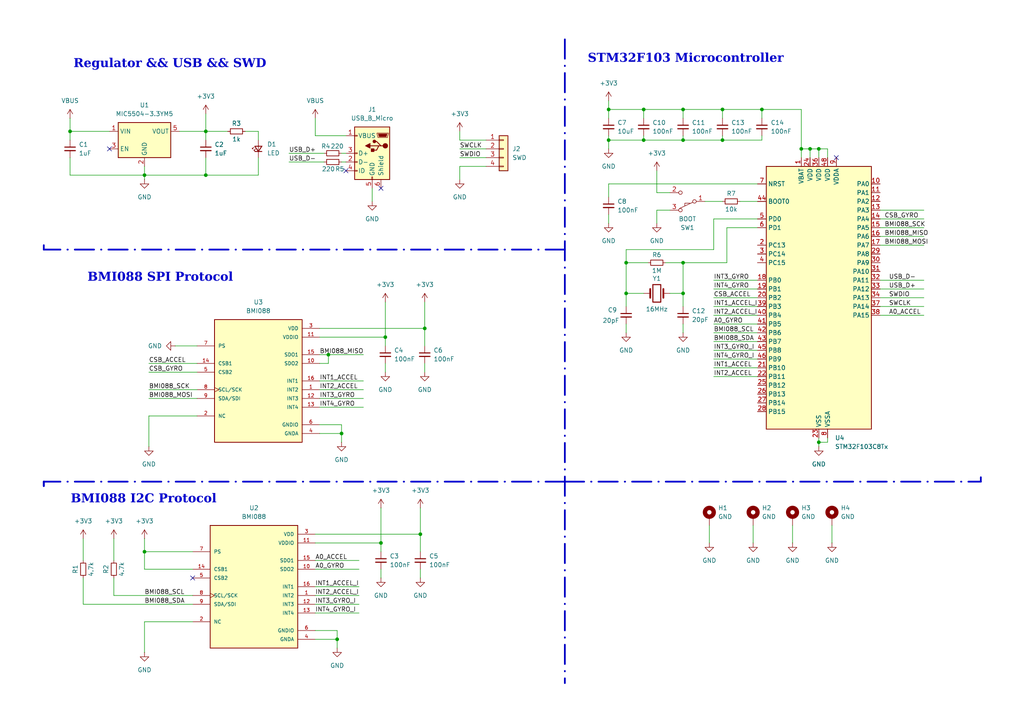
<source format=kicad_sch>
(kicad_sch (version 20250114) (generator "eeschema") (generator_version "9.0")
  (paper "A4")
  (title_block (title "BMI088 SPI & I2C Protocol With STM32F13 Microcontroller") (date "2025-05-24") (rev "Rev 1.1") (comment 3 "Yusuf Karabocek") (comment 4 "Designed by"))
  (lib_symbols
    (symbol "BMI088:BMI088" (pin_names (offset 1.016))
      (property "Reference" "U" (at -12.7 18.415 0))
      (property "Value" "BMI088" (at -12.7 -20.32 0))
      (symbol "BMI088_0_0"
        (rectangle (start -12.7 -17.78) (end 12.7 17.78) (stroke (width 0.254)) (fill (type background)))
        (pin input line (at -17.78 10.16 0) (length 5.08) (name "PS") (number "7"))
        (pin input line (at -17.78 5.08 0) (length 5.08) (name "CSB1") (number "14"))
        (pin input line (at -17.78 2.54 0) (length 5.08) (name "CSB2") (number "5"))
        (pin input clock (at -17.78 -2.54 0) (length 5.08) (name "SCL/SCK") (number "8"))
        (pin bidirectional line (at -17.78 -5.08 0) (length 5.08) (name "SDA/SDI") (number "9"))
        (pin passive line (at -17.78 -10.16 0) (length 5.08) (name "NC") (number "2"))
        (pin power_in line (at 17.78 15.24 180) (length 5.08) (name "VDD") (number "3"))
        (pin power_in line (at 17.78 12.7 180) (length 5.08) (name "VDDIO") (number "11"))
        (pin output line (at 17.78 7.62 180) (length 5.08) (name "SDO1") (number "15"))
        (pin output line (at 17.78 5.08 180) (length 5.08) (name "SDO2") (number "10"))
        (pin bidirectional line (at 17.78 0 180) (length 5.08) (name "INT1") (number "16"))
        (pin bidirectional line (at 17.78 -2.54 180) (length 5.08) (name "INT2") (number "1"))
        (pin bidirectional line (at 17.78 -5.08 180) (length 5.08) (name "INT3") (number "12"))
        (pin bidirectional line (at 17.78 -7.62 180) (length 5.08) (name "INT4") (number "13"))
        (pin power_in line (at 17.78 -12.7 180) (length 5.08) (name "GNDIO") (number "6"))
        (pin power_in line (at 17.78 -15.24 180) (length 5.08) (name "GNDA") (number "4"))
      )
    )
    (symbol "Connector:USB_B_Micro" (pin_names (offset 1.016))
      (property "Reference" "J" (at -5.08 11.43 0))
      (property "Value" "USB_B_Micro" (at -5.08 8.89 0))
      (symbol "USB_B_Micro_0_1"
        (rectangle (start -5.08 -7.62) (end 5.08 7.62) (stroke (width 0.254)) (fill (type background)))
        (polyline (pts (xy -4.699 5.842) (xy -4.699 5.588) (xy -4.445 4.826) (xy -4.445 4.572) (xy -1.651 4.572) (xy -1.651 4.826) (xy -1.397 5.588) (xy -1.397 5.842) (xy -4.699 5.842)))
        (polyline (pts (xy -4.318 5.588) (xy -1.778 5.588) (xy -2.032 4.826) (xy -4.064 4.826) (xy -4.318 5.588)) (fill (type outline)))
        (circle (center -3.81 2.159) (radius 0.635) (stroke (width 0.254)) (fill (type outline)))
        (polyline (pts (xy -3.175 2.159) (xy -2.54 2.159) (xy -1.27 3.429) (xy -0.635 3.429)) (stroke (width 0.254)))
        (polyline (pts (xy -2.54 2.159) (xy -1.905 2.159) (xy -1.27 0.889) (xy 0 0.889)) (stroke (width 0.254)))
        (polyline (pts (xy -1.905 2.159) (xy 0.635 2.159)) (stroke (width 0.254)))
        (circle (center -0.635 3.429) (radius 0.381) (stroke (width 0.254)) (fill (type outline)))
        (rectangle (start -0.127 -7.62) (end 0.127 -6.858))
        (rectangle (start 0.254 1.27) (end -0.508 0.508) (stroke (width 0.254)) (fill (type outline)))
        (polyline (pts (xy 0.635 2.794) (xy 0.635 1.524) (xy 1.905 2.159) (xy 0.635 2.794)) (stroke (width 0.254)) (fill (type outline)))
        (rectangle (start 5.08 4.953) (end 4.318 5.207))
        (rectangle (start 5.08 -0.127) (end 4.318 0.127))
        (rectangle (start 5.08 -2.667) (end 4.318 -2.413))
        (rectangle (start 5.08 -5.207) (end 4.318 -4.953))
      )
      (symbol "USB_B_Micro_1_1"
        (pin passive line (at -2.54 -10.16 90) (length 2.54) (name "Shield") (number "6"))
        (pin power_out line (at 0 -10.16 90) (length 2.54) (name "GND") (number "5"))
        (pin power_out line (at 7.62 5.08 180) (length 2.54) (name "VBUS") (number "1"))
        (pin bidirectional line (at 7.62 0 180) (length 2.54) (name "D+") (number "3"))
        (pin bidirectional line (at 7.62 -2.54 180) (length 2.54) (name "D-") (number "2"))
        (pin passive line (at 7.62 -5.08 180) (length 2.54) (name "ID") (number "4"))
      )
    )
    (symbol "Connector_Generic:Conn_01x04" (pin_names (offset 1.016) (hide yes))
      (property "Reference" "J" (at 0 5.08 0))
      (property "Value" "Conn_01x04" (at 0 -7.62 0))
      (symbol "Conn_01x04_1_1"
        (rectangle (start -1.27 3.81) (end 1.27 -6.35) (stroke (width 0.254)) (fill (type background)))
        (rectangle (start -1.27 2.667) (end 0 2.413) (stroke (width 0.1524)))
        (rectangle (start -1.27 0.127) (end 0 -0.127) (stroke (width 0.1524)))
        (rectangle (start -1.27 -2.413) (end 0 -2.667) (stroke (width 0.1524)))
        (rectangle (start -1.27 -4.953) (end 0 -5.207) (stroke (width 0.1524)))
        (pin passive line (at -5.08 2.54 0) (length 3.81) (name "Pin_1") (number "1"))
        (pin passive line (at -5.08 0 0) (length 3.81) (name "Pin_2") (number "2"))
        (pin passive line (at -5.08 -2.54 0) (length 3.81) (name "Pin_3") (number "3"))
        (pin passive line (at -5.08 -5.08 0) (length 3.81) (name "Pin_4") (number "4"))
      )
    )
    (symbol "Device:C_Small" (pin_numbers (hide yes)) (pin_names (offset 0.254) (hide yes))
      (property "Reference" "C" (at 0.254 1.778 0))
      (property "Value" "C_Small" (at 0.254 -2.032 0))
      (symbol "C_Small_0_1"
        (polyline (pts (xy -1.524 0.508) (xy 1.524 0.508)) (stroke (width 0.3048)))
        (polyline (pts (xy -1.524 -0.508) (xy 1.524 -0.508)) (stroke (width 0.3302)))
      )
      (symbol "C_Small_1_1"
        (pin passive line (at 0 2.54 270) (length 2.032) (name "~") (number "1"))
        (pin passive line (at 0 -2.54 90) (length 2.032) (name "~") (number "2"))
      )
    )
    (symbol "Device:Crystal" (pin_numbers (hide yes)) (pin_names (offset 1.016) (hide yes))
      (property "Reference" "Y" (at 0 3.81 0))
      (property "Value" "Crystal" (at 0 -3.81 0))
      (symbol "Crystal_0_1"
        (polyline (pts (xy -2.54 0) (xy -1.905 0)))
        (polyline (pts (xy -1.905 -1.27) (xy -1.905 1.27)) (stroke (width 0.508)))
        (rectangle (start -1.143 2.54) (end 1.143 -2.54) (stroke (width 0.3048)))
        (polyline (pts (xy 1.905 -1.27) (xy 1.905 1.27)) (stroke (width 0.508)))
        (polyline (pts (xy 2.54 0) (xy 1.905 0)))
      )
      (symbol "Crystal_1_1"
        (pin passive line (at -3.81 0 0) (length 1.27) (name "1") (number "1"))
        (pin passive line (at 3.81 0 180) (length 1.27) (name "2") (number "2"))
      )
    )
    (symbol "Device:LED_Small" (pin_numbers (hide yes)) (pin_names (offset 0.254) (hide yes))
      (property "Reference" "D" (at -1.27 3.175 0))
      (property "Value" "LED_Small" (at -4.445 -2.54 0))
      (symbol "LED_Small_0_1"
        (polyline (pts (xy -0.762 -1.016) (xy -0.762 1.016)) (stroke (width 0.254)))
        (polyline (pts (xy 0 0.762) (xy -0.508 1.27) (xy -0.254 1.27) (xy -0.508 1.27) (xy -0.508 1.016)))
        (polyline (pts (xy 0.508 1.27) (xy 0 1.778) (xy 0.254 1.778) (xy 0 1.778) (xy 0 1.524)))
        (polyline (pts (xy 0.762 -1.016) (xy -0.762 0) (xy 0.762 1.016) (xy 0.762 -1.016)) (stroke (width 0.254)))
        (polyline (pts (xy 1.016 0) (xy -0.762 0)))
      )
      (symbol "LED_Small_1_1"
        (pin passive line (at -2.54 0 0) (length 1.778) (name "K") (number "1"))
        (pin passive line (at 2.54 0 180) (length 1.778) (name "A") (number "2"))
      )
    )
    (symbol "Device:R_Small" (pin_numbers (hide yes)) (pin_names (offset 0.254) (hide yes))
      (property "Reference" "R" (at 0.762 0.508 0))
      (property "Value" "R_Small" (at 0.762 -1.016 0))
      (symbol "R_Small_0_1"
        (rectangle (start -0.762 1.778) (end 0.762 -1.778) (stroke (width 0.2032)))
      )
      (symbol "R_Small_1_1"
        (pin passive line (at 0 2.54 270) (length 0.762) (name "~") (number "1"))
        (pin passive line (at 0 -2.54 90) (length 0.762) (name "~") (number "2"))
      )
    )
    (symbol "MCU_ST_STM32F1:STM32F103C8Tx"
      (property "Reference" "U" (at -15.24 39.37 0))
      (property "Value" "STM32F103C8Tx" (at 7.62 39.37 0))
      (symbol "STM32F103C8Tx_0_1"
        (rectangle (start -15.24 -38.1) (end 15.24 38.1) (stroke (width 0.254)) (fill (type background)))
      )
      (symbol "STM32F103C8Tx_1_1"
        (pin input line (at -17.78 33.02 0) (length 2.54) (name "NRST") (number "7"))
        (pin input line (at -17.78 27.94 0) (length 2.54) (name "BOOT0") (number "44"))
        (pin bidirectional line (at -17.78 22.86 0) (length 2.54) (name "PD0") (number "5"))
        (pin bidirectional line (at -17.78 20.32 0) (length 2.54) (name "PD1") (number "6"))
        (pin bidirectional line (at -17.78 15.24 0) (length 2.54) (name "PC13") (number "2"))
        (pin bidirectional line (at -17.78 12.7 0) (length 2.54) (name "PC14") (number "3"))
        (pin bidirectional line (at -17.78 10.16 0) (length 2.54) (name "PC15") (number "4"))
        (pin bidirectional line (at -17.78 5.08 0) (length 2.54) (name "PB0") (number "18"))
        (pin bidirectional line (at -17.78 2.54 0) (length 2.54) (name "PB1") (number "19"))
        (pin bidirectional line (at -17.78 0 0) (length 2.54) (name "PB2") (number "20"))
        (pin bidirectional line (at -17.78 -2.54 0) (length 2.54) (name "PB3") (number "39"))
        (pin bidirectional line (at -17.78 -5.08 0) (length 2.54) (name "PB4") (number "40"))
        (pin bidirectional line (at -17.78 -7.62 0) (length 2.54) (name "PB5") (number "41"))
        (pin bidirectional line (at -17.78 -10.16 0) (length 2.54) (name "PB6") (number "42"))
        (pin bidirectional line (at -17.78 -12.7 0) (length 2.54) (name "PB7") (number "43"))
        (pin bidirectional line (at -17.78 -15.24 0) (length 2.54) (name "PB8") (number "45"))
        (pin bidirectional line (at -17.78 -17.78 0) (length 2.54) (name "PB9") (number "46"))
        (pin bidirectional line (at -17.78 -20.32 0) (length 2.54) (name "PB10") (number "21"))
        (pin bidirectional line (at -17.78 -22.86 0) (length 2.54) (name "PB11") (number "22"))
        (pin bidirectional line (at -17.78 -25.4 0) (length 2.54) (name "PB12") (number "25"))
        (pin bidirectional line (at -17.78 -27.94 0) (length 2.54) (name "PB13") (number "26"))
        (pin bidirectional line (at -17.78 -30.48 0) (length 2.54) (name "PB14") (number "27"))
        (pin bidirectional line (at -17.78 -33.02 0) (length 2.54) (name "PB15") (number "28"))
        (pin power_in line (at -5.08 40.64 270) (length 2.54) (name "VBAT") (number "1"))
        (pin power_in line (at -2.54 40.64 270) (length 2.54) (name "VDD") (number "24"))
        (pin power_in line (at 0 40.64 270) (length 2.54) (name "VDD") (number "36"))
        (pin power_in line (at 0 -40.64 90) (length 2.54) (name "VSS") (number "23"))
        (pin passive line (at 0 -40.64 90) (length 2.54) (hide yes) (name "VSS") (number "35"))
        (pin passive line (at 0 -40.64 90) (length 2.54) (hide yes) (name "VSS") (number "47"))
        (pin power_in line (at 2.54 40.64 270) (length 2.54) (name "VDD") (number "48"))
        (pin power_in line (at 2.54 -40.64 90) (length 2.54) (name "VSSA") (number "8"))
        (pin power_in line (at 5.08 40.64 270) (length 2.54) (name "VDDA") (number "9"))
        (pin bidirectional line (at 17.78 33.02 180) (length 2.54) (name "PA0") (number "10"))
        (pin bidirectional line (at 17.78 30.48 180) (length 2.54) (name "PA1") (number "11"))
        (pin bidirectional line (at 17.78 27.94 180) (length 2.54) (name "PA2") (number "12"))
        (pin bidirectional line (at 17.78 25.4 180) (length 2.54) (name "PA3") (number "13"))
        (pin bidirectional line (at 17.78 22.86 180) (length 2.54) (name "PA4") (number "14"))
        (pin bidirectional line (at 17.78 20.32 180) (length 2.54) (name "PA5") (number "15"))
        (pin bidirectional line (at 17.78 17.78 180) (length 2.54) (name "PA6") (number "16"))
        (pin bidirectional line (at 17.78 15.24 180) (length 2.54) (name "PA7") (number "17"))
        (pin bidirectional line (at 17.78 12.7 180) (length 2.54) (name "PA8") (number "29"))
        (pin bidirectional line (at 17.78 10.16 180) (length 2.54) (name "PA9") (number "30"))
        (pin bidirectional line (at 17.78 7.62 180) (length 2.54) (name "PA10") (number "31"))
        (pin bidirectional line (at 17.78 5.08 180) (length 2.54) (name "PA11") (number "32"))
        (pin bidirectional line (at 17.78 2.54 180) (length 2.54) (name "PA12") (number "33"))
        (pin bidirectional line (at 17.78 0 180) (length 2.54) (name "PA13") (number "34"))
        (pin bidirectional line (at 17.78 -2.54 180) (length 2.54) (name "PA14") (number "37"))
        (pin bidirectional line (at 17.78 -5.08 180) (length 2.54) (name "PA15") (number "38"))
      )
    )
    (symbol "Mechanical:MountingHole_Pad" (pin_numbers (hide yes)) (pin_names (offset 1.016) (hide yes)) (exclude_from_sim yes) (in_bom no)
      (property "Reference" "H" (at 0 6.35 0))
      (property "Value" "MountingHole_Pad" (at 0 4.445 0))
      (symbol "MountingHole_Pad_0_1"
        (circle (center 0 1.27) (radius 1.27) (stroke (width 1.27)))
      )
      (symbol "MountingHole_Pad_1_1"
        (pin input line (at 0 -2.54 90) (length 2.54) (name "1") (number "1"))
      )
    )
    (symbol "Regulator_Linear:MIC5504-3.3YM5"
      (property "Reference" "U" (at -7.62 8.89 0))
      (property "Value" "MIC5504-3.3YM5" (at -7.62 6.35 0))
      (symbol "MIC5504-3.3YM5_0_1"
        (rectangle (start -7.62 -5.08) (end 7.62 5.08) (stroke (width 0.254)) (fill (type background)))
      )
      (symbol "MIC5504-3.3YM5_1_1"
        (pin power_in line (at -10.16 2.54 0) (length 2.54) (name "VIN") (number "1"))
        (pin input line (at -10.16 -2.54 0) (length 2.54) (name "EN") (number "3"))
        (pin power_in line (at 0 -7.62 90) (length 2.54) (name "GND") (number "2"))
        (pin no_connect line (at 7.62 -2.54 180) (length 2.54) (hide yes) (name "NC") (number "4"))
        (pin power_out line (at 10.16 2.54 180) (length 2.54) (name "VOUT") (number "5"))
      )
    )
    (symbol "Switch:SW_SPDT_XKB_DMx-xxxx-1" (pin_names (offset 0) (hide yes))
      (property "Reference" "SW" (at 0 4.318 0))
      (property "Value" "SW_SPDT_XKB_DMx-xxxx-1" (at 0 -5.588 0))
      (symbol "SW_SPDT_XKB_DMx-xxxx-1_1_1"
        (circle (center -2.032 0) (radius 0.508))
        (polyline (pts (xy -1.524 0.254) (xy 2.286 2.032)))
        (polyline (pts (xy -0.762 0.508) (xy 0.762 0.508) (xy 0.762 1.27)))
        (circle (center 2.032 2.54) (radius 0.508))
        (circle (center 2.032 -2.54) (radius 0.508))
        (pin passive line (at -5.08 0 0) (length 2.54) (name "A") (number "1"))
        (pin passive line (at 5.08 2.54 180) (length 2.54) (name "C") (number "3"))
        (pin passive line (at 5.08 -2.54 180) (length 2.54) (name "B") (number "2"))
      )
    )
    (symbol "power:GND" (power) (pin_numbers (hide yes)) (pin_names (offset 0) (hide yes))
      (property "Value" "GND" (at 0 -3.81 0))
      (symbol "GND_0_1"
        (polyline (pts (xy 0 0) (xy 0 -1.27) (xy 1.27 -1.27) (xy 0 -2.54) (xy -1.27 -1.27) (xy 0 -1.27)))
      )
      (symbol "GND_1_1"
        (pin power_in line (at 0 0 270) (length 0) (name "~") (number "1"))
      )
    )
    (symbol "power:VCC" (power) (pin_numbers (hide yes)) (pin_names (offset 0) (hide yes))
      (property "Value" "VCC" (at 0 3.556 0))
      (symbol "VCC_0_1"
        (polyline (pts (xy -0.762 1.27) (xy 0 2.54)))
        (polyline (pts (xy 0 2.54) (xy 0.762 1.27)))
        (polyline (pts (xy 0 0) (xy 0 2.54)))
      )
      (symbol "VCC_1_1"
        (pin power_in line (at 0 0 90) (length 0) (name "~") (number "1"))
      )
    )
  )
  (text "STM32F103 Microcontroller\n" (at 198.882 17.78 0) (effects (font (size 2.54 2.54) (bold yes))))
  (text "BMI088 SPI Protocol\n" (at 46.482 81.28 0) (effects (font (size 2.54 2.54) (bold yes))))
  (text "BMI088 I2C Protocol\n" (at 41.656 145.542 0) (effects (font (size 2.54 2.54) (bold yes))))
  (text "Regulator && USB && SWD" (at 49.276 19.304 0) (effects (font (size 2.54 2.54) (bold yes))))
  (junction (at 198.12 40.64))
  (junction (at 41.91 50.8))
  (junction (at 237.49 43.18))
  (junction (at 110.49 157.48))
  (junction (at 97.79 185.42))
  (junction (at 237.49 128.27))
  (junction (at 186.69 31.75))
  (junction (at 234.95 43.18))
  (junction (at 198.12 31.75))
  (junction (at 123.19 95.25))
  (junction (at 99.06 125.73))
  (junction (at 59.69 50.8))
  (junction (at 121.92 154.94))
  (junction (at 209.55 40.64))
  (junction (at 186.69 40.64))
  (junction (at 232.41 43.18))
  (junction (at 176.53 40.64))
  (junction (at 198.12 85.09))
  (junction (at 41.91 160.02))
  (junction (at 176.53 31.75))
  (junction (at 95.25 102.87))
  (junction (at 181.61 76.2))
  (junction (at 209.55 31.75))
  (junction (at 181.61 85.09))
  (junction (at 220.98 31.75))
  (junction (at 111.76 97.79))
  (junction (at 20.32 38.1))
  (junction (at 59.69 38.1))
  (junction (at 198.12 76.2))
  (no_connect (at 55.88 167.64))
  (no_connect (at 110.49 54.61))
  (no_connect (at 100.33 49.53))
  (no_connect (at 31.75 43.18))
  (no_connect (at 242.57 45.72))
  (wire (pts (xy 41.91 160.02) (xy 55.88 160.02)))
  (wire (pts (xy 255.27 86.36) (xy 267.97 86.36)))
  (wire (pts (xy 59.69 50.8) (xy 41.91 50.8)))
  (wire (pts (xy 92.71 110.49) (xy 105.41 110.49)))
  (wire (pts (xy 214.63 58.42) (xy 219.71 58.42)))
  (wire (pts (xy 99.06 123.19) (xy 99.06 125.73)))
  (wire (pts (xy 194.31 60.96) (xy 190.5 60.96)))
  (wire (pts (xy 198.12 76.2) (xy 198.12 85.09)))
  (polyline (pts (xy 163.83 72.39) (xy 12.7 72.39)) (stroke (width 0.508) (type dash_dot)))
  (wire (pts (xy 186.69 31.75) (xy 198.12 31.75)))
  (wire (pts (xy 59.69 38.1) (xy 52.07 38.1)))
  (wire (pts (xy 20.32 38.1) (xy 20.32 40.64)))
  (wire (pts (xy 176.53 31.75) (xy 176.53 34.29)))
  (wire (pts (xy 55.88 180.34) (xy 41.91 180.34)))
  (wire (pts (xy 181.61 76.2) (xy 181.61 85.09)))
  (wire (pts (xy 99.06 46.99) (xy 100.33 46.99)))
  (wire (pts (xy 198.12 31.75) (xy 209.55 31.75)))
  (wire (pts (xy 99.06 44.45) (xy 100.33 44.45)))
  (wire (pts (xy 83.82 46.99) (xy 93.98 46.99)))
  (wire (pts (xy 255.27 71.12) (xy 267.97 71.12)))
  (wire (pts (xy 176.53 29.21) (xy 176.53 31.75)))
  (wire (pts (xy 198.12 31.75) (xy 198.12 34.29)))
  (wire (pts (xy 207.01 101.6) (xy 219.71 101.6)))
  (wire (pts (xy 107.95 58.42) (xy 107.95 54.61)))
  (polyline (pts (xy 12.7 71.12) (xy 12.7 72.39)) (stroke (width 0.508) (type dash_dot)))
  (wire (pts (xy 207.01 88.9) (xy 219.71 88.9)))
  (polyline (pts (xy 163.83 139.7) (xy 12.7 139.7)) (stroke (width 0.508) (type dash_dot)))
  (wire (pts (xy 123.19 100.33) (xy 123.19 95.25)))
  (wire (pts (xy 43.18 120.65) (xy 43.18 129.54)))
  (wire (pts (xy 92.71 102.87) (xy 95.25 102.87)))
  (polyline (pts (xy 12.7 139.7) (xy 12.7 140.97)) (stroke (width 0.508) (type dash_dot)))
  (wire (pts (xy 59.69 45.72) (xy 59.69 50.8)))
  (wire (pts (xy 176.53 43.18) (xy 176.53 40.64)))
  (wire (pts (xy 110.49 167.64) (xy 110.49 165.1)))
  (wire (pts (xy 74.93 45.72) (xy 74.93 50.8)))
  (wire (pts (xy 186.69 40.64) (xy 198.12 40.64)))
  (wire (pts (xy 43.18 113.03) (xy 57.15 113.03)))
  (wire (pts (xy 237.49 128.27) (xy 237.49 127)))
  (wire (pts (xy 111.76 97.79) (xy 111.76 100.33)))
  (wire (pts (xy 41.91 50.8) (xy 41.91 48.26)))
  (wire (pts (xy 205.74 157.48) (xy 205.74 152.4)))
  (wire (pts (xy 198.12 96.52) (xy 198.12 93.98)))
  (wire (pts (xy 92.71 113.03) (xy 105.41 113.03)))
  (wire (pts (xy 219.71 53.34) (xy 176.53 53.34)))
  (wire (pts (xy 255.27 81.28) (xy 267.97 81.28)))
  (wire (pts (xy 229.87 157.48) (xy 229.87 152.4)))
  (wire (pts (xy 219.71 63.5) (xy 207.01 63.5)))
  (wire (pts (xy 220.98 34.29) (xy 220.98 31.75)))
  (wire (pts (xy 133.35 48.26) (xy 133.35 52.07)))
  (wire (pts (xy 33.02 172.72) (xy 55.88 172.72)))
  (wire (pts (xy 181.61 85.09) (xy 181.61 88.9)))
  (wire (pts (xy 92.71 105.41) (xy 95.25 105.41)))
  (wire (pts (xy 207.01 86.36) (xy 219.71 86.36)))
  (wire (pts (xy 91.44 165.1) (xy 104.14 165.1)))
  (wire (pts (xy 123.19 107.95) (xy 123.19 105.41)))
  (wire (pts (xy 255.27 91.44) (xy 267.97 91.44)))
  (wire (pts (xy 240.03 127) (xy 240.03 128.27)))
  (wire (pts (xy 207.01 109.22) (xy 219.71 109.22)))
  (wire (pts (xy 110.49 147.32) (xy 110.49 157.48)))
  (wire (pts (xy 181.61 85.09) (xy 186.69 85.09)))
  (wire (pts (xy 194.31 55.88) (xy 190.5 55.88)))
  (wire (pts (xy 41.91 165.1) (xy 55.88 165.1)))
  (wire (pts (xy 255.27 88.9) (xy 267.97 88.9)))
  (polyline (pts (xy 284.48 138.43) (xy 284.48 139.7)) (stroke (width 0.508) (type dash_dot)))
  (wire (pts (xy 232.41 31.75) (xy 220.98 31.75)))
  (wire (pts (xy 186.69 39.37) (xy 186.69 40.64)))
  (wire (pts (xy 133.35 43.18) (xy 140.97 43.18)))
  (wire (pts (xy 181.61 72.39) (xy 181.61 76.2)))
  (wire (pts (xy 20.32 34.29) (xy 20.32 38.1)))
  (wire (pts (xy 121.92 154.94) (xy 91.44 154.94)))
  (wire (pts (xy 92.71 118.11) (xy 105.41 118.11)))
  (wire (pts (xy 97.79 185.42) (xy 91.44 185.42)))
  (polyline (pts (xy 163.83 139.7) (xy 284.48 139.7)) (stroke (width 0.508) (type dash_dot)))
  (wire (pts (xy 74.93 40.64) (xy 74.93 38.1)))
  (wire (pts (xy 43.18 115.57) (xy 57.15 115.57)))
  (wire (pts (xy 181.61 96.52) (xy 181.61 93.98)))
  (wire (pts (xy 33.02 167.64) (xy 33.02 172.72)))
  (wire (pts (xy 43.18 107.95) (xy 57.15 107.95)))
  (wire (pts (xy 111.76 87.63) (xy 111.76 97.79)))
  (wire (pts (xy 241.3 157.48) (xy 241.3 152.4)))
  (wire (pts (xy 59.69 40.64) (xy 59.69 38.1)))
  (wire (pts (xy 123.19 87.63) (xy 123.19 95.25)))
  (wire (pts (xy 198.12 39.37) (xy 198.12 40.64)))
  (wire (pts (xy 121.92 167.64) (xy 121.92 165.1)))
  (wire (pts (xy 41.91 160.02) (xy 41.91 165.1)))
  (wire (pts (xy 207.01 99.06) (xy 219.71 99.06)))
  (wire (pts (xy 240.03 45.72) (xy 240.03 43.18)))
  (wire (pts (xy 190.5 55.88) (xy 190.5 49.53)))
  (wire (pts (xy 20.32 45.72) (xy 20.32 50.8)))
  (wire (pts (xy 207.01 81.28) (xy 219.71 81.28)))
  (polyline (pts (xy 163.83 11.43) (xy 163.83 198.12)) (stroke (width 0.508) (type dash_dot)))
  (wire (pts (xy 74.93 50.8) (xy 59.69 50.8)))
  (wire (pts (xy 97.79 187.96) (xy 97.79 185.42)))
  (wire (pts (xy 41.91 180.34) (xy 41.91 189.23)))
  (wire (pts (xy 95.25 102.87) (xy 105.41 102.87)))
  (wire (pts (xy 59.69 33.02) (xy 59.69 38.1)))
  (wire (pts (xy 110.49 157.48) (xy 110.49 160.02)))
  (wire (pts (xy 198.12 40.64) (xy 209.55 40.64)))
  (wire (pts (xy 111.76 107.95) (xy 111.76 105.41)))
  (wire (pts (xy 187.96 76.2) (xy 181.61 76.2)))
  (wire (pts (xy 218.44 157.48) (xy 218.44 152.4)))
  (wire (pts (xy 240.03 128.27) (xy 237.49 128.27)))
  (wire (pts (xy 100.33 39.37) (xy 91.44 39.37)))
  (wire (pts (xy 209.55 31.75) (xy 209.55 34.29)))
  (wire (pts (xy 207.01 93.98) (xy 219.71 93.98)))
  (wire (pts (xy 240.03 43.18) (xy 237.49 43.18)))
  (wire (pts (xy 207.01 63.5) (xy 207.01 72.39)))
  (wire (pts (xy 176.53 64.77) (xy 176.53 62.23)))
  (wire (pts (xy 57.15 120.65) (xy 43.18 120.65)))
  (wire (pts (xy 186.69 34.29) (xy 186.69 31.75)))
  (wire (pts (xy 31.75 38.1) (xy 20.32 38.1)))
  (wire (pts (xy 220.98 39.37) (xy 220.98 40.64)))
  (wire (pts (xy 20.32 50.8) (xy 41.91 50.8)))
  (wire (pts (xy 83.82 44.45) (xy 93.98 44.45)))
  (wire (pts (xy 91.44 170.18) (xy 104.14 170.18)))
  (wire (pts (xy 207.01 72.39) (xy 181.61 72.39)))
  (wire (pts (xy 92.71 115.57) (xy 105.41 115.57)))
  (wire (pts (xy 198.12 85.09) (xy 198.12 88.9)))
  (wire (pts (xy 237.49 129.54) (xy 237.49 128.27)))
  (wire (pts (xy 99.06 128.27) (xy 99.06 125.73)))
  (wire (pts (xy 255.27 66.04) (xy 267.97 66.04)))
  (wire (pts (xy 176.53 40.64) (xy 176.53 39.37)))
  (wire (pts (xy 133.35 38.1) (xy 133.35 40.64)))
  (wire (pts (xy 59.69 38.1) (xy 66.04 38.1)))
  (wire (pts (xy 97.79 182.88) (xy 97.79 185.42)))
  (wire (pts (xy 24.13 175.26) (xy 55.88 175.26)))
  (wire (pts (xy 99.06 125.73) (xy 92.71 125.73)))
  (wire (pts (xy 123.19 95.25) (xy 92.71 95.25)))
  (wire (pts (xy 41.91 156.21) (xy 41.91 160.02)))
  (wire (pts (xy 91.44 175.26) (xy 104.14 175.26)))
  (wire (pts (xy 33.02 156.21) (xy 33.02 162.56)))
  (wire (pts (xy 209.55 39.37) (xy 209.55 40.64)))
  (wire (pts (xy 91.44 39.37) (xy 91.44 34.29)))
  (wire (pts (xy 43.18 105.41) (xy 57.15 105.41)))
  (wire (pts (xy 41.91 52.07) (xy 41.91 50.8)))
  (wire (pts (xy 198.12 76.2) (xy 210.82 76.2)))
  (wire (pts (xy 232.41 43.18) (xy 232.41 31.75)))
  (wire (pts (xy 121.92 160.02) (xy 121.92 154.94)))
  (wire (pts (xy 207.01 91.44) (xy 219.71 91.44)))
  (wire (pts (xy 207.01 96.52) (xy 219.71 96.52)))
  (wire (pts (xy 24.13 167.64) (xy 24.13 175.26)))
  (wire (pts (xy 186.69 31.75) (xy 176.53 31.75)))
  (wire (pts (xy 186.69 40.64) (xy 176.53 40.64)))
  (wire (pts (xy 121.92 147.32) (xy 121.92 154.94)))
  (wire (pts (xy 91.44 162.56) (xy 104.14 162.56)))
  (wire (pts (xy 133.35 40.64) (xy 140.97 40.64)))
  (wire (pts (xy 91.44 182.88) (xy 97.79 182.88)))
  (wire (pts (xy 133.35 45.72) (xy 140.97 45.72)))
  (wire (pts (xy 92.71 123.19) (xy 99.06 123.19)))
  (wire (pts (xy 255.27 83.82) (xy 267.97 83.82)))
  (wire (pts (xy 255.27 60.96) (xy 267.97 60.96)))
  (wire (pts (xy 234.95 43.18) (xy 232.41 43.18)))
  (wire (pts (xy 24.13 156.21) (xy 24.13 162.56)))
  (wire (pts (xy 209.55 31.75) (xy 220.98 31.75)))
  (wire (pts (xy 204.47 58.42) (xy 209.55 58.42)))
  (wire (pts (xy 194.31 85.09) (xy 198.12 85.09)))
  (wire (pts (xy 234.95 45.72) (xy 234.95 43.18)))
  (wire (pts (xy 91.44 157.48) (xy 110.49 157.48)))
  (wire (pts (xy 95.25 105.41) (xy 95.25 102.87)))
  (wire (pts (xy 190.5 60.96) (xy 190.5 64.77)))
  (polyline (pts (xy 12.7 139.7) (xy 12.7 140.97)) (stroke (width 0.508) (type dash_dot)))
  (wire (pts (xy 50.8 100.33) (xy 57.15 100.33)))
  (wire (pts (xy 207.01 83.82) (xy 219.71 83.82)))
  (wire (pts (xy 207.01 106.68) (xy 219.71 106.68)))
  (wire (pts (xy 193.04 76.2) (xy 198.12 76.2)))
  (wire (pts (xy 209.55 40.64) (xy 220.98 40.64)))
  (wire (pts (xy 133.35 48.26) (xy 140.97 48.26)))
  (wire (pts (xy 92.71 97.79) (xy 111.76 97.79)))
  (wire (pts (xy 210.82 76.2) (xy 210.82 66.04)))
  (wire (pts (xy 232.41 45.72) (xy 232.41 43.18)))
  (wire (pts (xy 210.82 66.04) (xy 219.71 66.04)))
  (wire (pts (xy 74.93 38.1) (xy 71.12 38.1)))
  (wire (pts (xy 176.53 53.34) (xy 176.53 57.15)))
  (wire (pts (xy 237.49 45.72) (xy 237.49 43.18)))
  (wire (pts (xy 255.27 63.5) (xy 267.97 63.5)))
  (wire (pts (xy 237.49 43.18) (xy 234.95 43.18)))
  (wire (pts (xy 207.01 104.14) (xy 219.71 104.14)))
  (wire (pts (xy 255.27 68.58) (xy 267.97 68.58)))
  (wire (pts (xy 91.44 177.8) (xy 104.14 177.8)))
  (wire (pts (xy 91.44 172.72) (xy 104.14 172.72)))
  (label "INT4_GYRO" (at 207.01 83.82 0))
  (label "INT3_GYRO" (at 207.01 81.28 0))
  (label "A0_GYRO" (at 207.01 93.98 0))
  (label "INT1_ACCEL_I" (at 207.0339 88.9 0))
  (label "USB_D+" (at 257.81 83.82 0))
  (label "INT1_ACCEL" (at 207.01 106.68 0))
  (label "A0_ACCEL" (at 91.44 162.56 0))
  (label "USB_D+" (at 83.82 44.45 0))
  (label "CSB_GYRO" (at 43.18 107.95 0))
  (label "CSB_ACCEL" (at 43.18 105.41 0))
  (label "BMI088_MOSI" (at 43.18 115.57 0))
  (label "INT4_GYRO" (at 92.71 118.11 0))
  (label "INT4_GYRO_I" (at 91.44 177.8 0))
  (label "BMI088_SCL" (at 207.01 96.52 0))
  (label "INT4_GYRO_I" (at 207.01 104.14 0))
  (label "INT3_GYRO_I" (at 91.44 175.26 0))
  (label "BMI088_SCL" (at 41.91 172.72 0))
  (label "BMI088_SDA" (at 207.01 99.06 0))
  (label "BMI088_SCK" (at 256.54 66.04 0))
  (label "INT2_ACCEL_I" (at 91.44 172.72 0))
  (label "BMI088_MISO" (at 92.71 102.87 0))
  (label "BMI088_MOSI" (at 256.54 71.12 0))
  (label "INT2_ACCEL_I" (at 207.01 91.44 0))
  (label "USB_D-" (at 257.81 81.28 0))
  (label "CSB_GYRO" (at 256.54 63.5 0))
  (label "SWDIO" (at 133.35 45.72 0))
  (label "A0_GYRO" (at 91.44 165.1 0))
  (label "CSB_ACCEL" (at 207.01 86.36 0))
  (label "BMI088_SCK" (at 43.18 113.03 0))
  (label "A0_ACCEL" (at 257.81 91.44 0))
  (label "USB_D-" (at 83.82 46.99 0))
  (label "INT1_ACCEL" (at 92.71 110.49 0))
  (label "BMI088_MISO" (at 256.54 68.58 0))
  (label "INT1_ACCEL_I" (at 91.44 170.18 0))
  (label "INT3_GYRO" (at 92.71 115.57 0))
  (label "SWCLK" (at 257.81 88.9 0))
  (label "INT2_ACCEL" (at 92.71 113.03 0))
  (label "SWDIO" (at 257.81 86.36 0))
  (label "SWCLK" (at 133.35 43.18 0))
  (label "INT2_ACCEL" (at 207.01 109.22 0))
  (label "BMI088_SDA" (at 41.91 175.26 0))
  (label "INT3_GYRO_I" (at 207.01 101.6 0))
  (symbol (lib_id "Device:C_Small") (at 111.76 102.87 0) (unit 1)
    (property "Reference" "C4" (at 114.3 101.6062 0) (effects (justify left)))
    (property "Value" "100nF" (at 114.3 104.1462 0) (effects (justify left)))
    (property "Footprint" "Capacitor_SMD:C_0402_1005Metric" (effects (hide yes)))
    (property "Description" "Unpolarized capacitor, small symbol" (effects (hide yes)))
  )
  (symbol (lib_id "Connector_Generic:Conn_01x04") (at 146.05 43.18 0) (unit 1)
    (property "Reference" "J2" (at 148.59 43.1799 0) (effects (justify left)))
    (property "Value" "SWD" (at 148.59 45.7199 0) (effects (justify left)))
    (property "Footprint" "Connector_PinSocket_2.54mm:PinSocket_1x04_P2.54mm_Horizontal" (effects (hide yes)))
    (property "Description" "Generic connector, single row, 01x04, script generated (kicad-library-utils/schlib/autogen/connector/)" (effects (hide yes)))
  )
  (symbol (lib_id "power:GND") (at 205.74 157.48 0) (unit 1)
    (property "Reference" "#PWR031" (effects (hide yes)))
    (property "Value" "GND" (at 205.74 162.56 0))
    (property "Description" "Power symbol creates a global label with name \"GND\" , ground" (effects (hide yes)))
  )
  (symbol (lib_id "power:GND") (at 99.06 128.27 0) (unit 1)
    (property "Reference" "#PWR012" (effects (hide yes)))
    (property "Value" "GND" (at 99.06 133.35 0))
    (property "Description" "Power symbol creates a global label with name \"GND\" , ground" (effects (hide yes)))
  )
  (symbol (lib_id "Device:C_Small") (at 110.49 162.56 0) (unit 1)
    (property "Reference" "C3" (at 113.03 161.2962 0) (effects (justify left)))
    (property "Value" "100nF" (at 113.03 163.8362 0) (effects (justify left)))
    (property "Footprint" "Capacitor_SMD:C_0402_1005Metric" (effects (hide yes)))
    (property "Description" "Unpolarized capacitor, small symbol" (effects (hide yes)))
  )
  (symbol (lib_id "Mechanical:MountingHole_Pad") (at 241.3 149.86 0) (unit 1) (in_bom no)
    (property "Reference" "H4" (at 243.84 147.3199 0) (effects (justify left)))
    (property "Value" "GND" (at 243.84 149.8599 0) (effects (justify left)))
    (property "Footprint" "MountingHole:MountingHole_3.2mm_M3_Pad_Via" (effects (hide yes)))
    (property "Description" "Mounting Hole with connection" (effects (hide yes)))
  )
  (symbol (lib_id "power:GND") (at 198.12 96.52 0) (unit 1)
    (property "Reference" "#PWR030" (effects (hide yes)))
    (property "Value" "GND" (at 198.12 101.6 0))
    (property "Description" "Power symbol creates a global label with name \"GND\" , ground" (effects (hide yes)))
  )
  (symbol (lib_id "power:GND") (at 50.8 100.33 270) (unit 1)
    (property "Reference" "#PWR08" (effects (hide yes)))
    (property "Value" "GND" (at 46.99 100.3299 90) (effects (justify right)))
    (property "Description" "Power symbol creates a global label with name \"GND\" , ground" (effects (hide yes)))
  )
  (symbol (lib_id "Device:C_Small") (at 186.69 36.83 0) (unit 1)
    (property "Reference" "C10" (at 189.23 35.5662 0) (effects (justify left)))
    (property "Value" "100nF" (at 189.23 38.1062 0) (effects (justify left)))
    (property "Footprint" "Capacitor_SMD:C_0402_1005Metric" (effects (hide yes)))
    (property "Description" "Unpolarized capacitor, small symbol" (effects (hide yes)))
  )
  (symbol (lib_id "Regulator_Linear:MIC5504-3.3YM5") (at 41.91 40.64 0) (unit 1)
    (property "Reference" "U1" (at 41.91 30.48 0))
    (property "Value" "MIC5504-3.3YM5" (at 41.91 33.02 0))
    (property "Footprint" "Package_TO_SOT_SMD:SOT-23-5" (effects (hide yes)))
    (property "Datasheet" "http://ww1.microchip.com/downloads/en/DeviceDoc/MIC550X.pdf" (effects (hide yes)))
    (property "Description" "300mA Low-dropout Voltage Regulator, Vout 3.3V, Vin up to 5.5V, SOT-23" (effects (hide yes)))
  )
  (symbol (lib_id "power:VCC") (at 20.32 34.29 0) (unit 1)
    (property "Reference" "#PWR01" (effects (hide yes)))
    (property "Value" "VBUS" (at 20.32 29.21 0))
    (property "Description" "Power symbol creates a global label with name \"VCC\"" (effects (hide yes)))
  )
  (symbol (lib_id "power:VCC") (at 24.13 156.21 0) (unit 1)
    (property "Reference" "#PWR02" (effects (hide yes)))
    (property "Value" "+3V3" (at 24.13 151.13 0))
    (property "Description" "Power symbol creates a global label with name \"VCC\"" (effects (hide yes)))
  )
  (symbol (lib_id "Device:R_Small") (at 68.58 38.1 90) (unit 1)
    (property "Reference" "R3" (at 68.58 35.814 90))
    (property "Value" "1k" (at 68.58 40.386 90))
    (property "Footprint" "Resistor_SMD:R_0402_1005Metric" (effects (hide yes)))
    (property "Description" "Resistor, small symbol" (effects (hide yes)))
  )
  (symbol (lib_id "Device:Crystal") (at 190.5 85.09 180) (unit 1)
    (property "Reference" "Y1" (at 190.5 80.772 0))
    (property "Value" "16MHz" (at 190.5 89.662 0))
    (property "Footprint" "Crystal:Crystal_HC49-4H_Vertical" (effects (hide yes)))
    (property "Description" "Two pin crystal" (effects (hide yes)))
  )
  (symbol (lib_id "power:GND") (at 41.91 189.23 0) (unit 1)
    (property "Reference" "#PWR06" (effects (hide yes)))
    (property "Value" "GND" (at 41.91 194.31 0))
    (property "Description" "Power symbol creates a global label with name \"GND\" , ground" (effects (hide yes)))
  )
  (symbol (lib_id "power:GND") (at 176.53 64.77 0) (unit 1)
    (property "Reference" "#PWR026" (effects (hide yes)))
    (property "Value" "GND" (at 176.53 69.85 0))
    (property "Description" "Power symbol creates a global label with name \"GND\" , ground" (effects (hide yes)))
  )
  (symbol (lib_id "Device:C_Small") (at 176.53 36.83 0) (unit 1)
    (property "Reference" "C7" (at 179.07 35.5662 0) (effects (justify left)))
    (property "Value" "10uF" (at 179.07 38.1062 0) (effects (justify left)))
    (property "Footprint" "Capacitor_SMD:C_0603_1608Metric" (effects (hide yes)))
    (property "Description" "Unpolarized capacitor, small symbol" (effects (hide yes)))
  )
  (symbol (lib_id "BMI088:BMI088") (at 73.66 170.18 0) (unit 1)
    (property "Reference" "U2" (at 73.66 147.32 0))
    (property "Value" "BMI088" (at 73.66 149.86 0))
    (property "Footprint" "BMI088:PQFN50P450X300X100-16N" (effects (hide yes)))
    (property "MF" "Bosch Sensortec" (effects (hide yes)))
    (property "PURCHASE-URL" "https://pricing.snapeda.com/search/part/BMI088/?ref=eda" (effects (hide yes)))
    (property "PACKAGE" "VFLGA-16 Bosch Sensortec" (effects (hide yes)))
    (property "PRICE" "None" (effects (hide yes)))
    (property "Package" "VFLGA-16 Bosch Sensortec" (effects (hide yes)))
    (property "Check_prices" "https://www.snapeda.com/parts/BMI088/Bosch/view-part/?ref=eda" (effects (hide yes)))
    (property "Price" "None" (effects (hide yes)))
    (property "SnapEDA_Link" "https://www.snapeda.com/parts/BMI088/Bosch/view-part/?ref=snap" (effects (hide yes)))
    (property "MP" "BMI088" (effects (hide yes)))
    (property "Description_1" "Accelerometer, Gyroscope, 6 Axis Sensor I2C, SPI Output" (effects (hide yes)))
    (property "Availability" "In Stock" (effects (hide yes)))
    (property "AVAILABILITY" "In Stock" (effects (hide yes)))
    (property "DESCRIPTION" "Accelerometer, Gyroscope, 6 Axis Sensor I²C, SPI Output" (effects (hide yes)))
  )
  (symbol (lib_id "power:GND") (at 110.49 167.64 0) (unit 1)
    (property "Reference" "#PWR015" (effects (hide yes)))
    (property "Value" "GND" (at 110.49 172.72 0))
    (property "Description" "Power symbol creates a global label with name \"GND\" , ground" (effects (hide yes)))
  )
  (symbol (lib_id "Device:R_Small") (at 96.52 46.99 270) (unit 1)
    (property "Reference" "R5" (at 98.552 49.022 90))
    (property "Value" "220" (at 95.25 49.022 90))
    (property "Footprint" "Resistor_SMD:R_0402_1005Metric" (effects (hide yes)))
    (property "Description" "Resistor, small symbol" (effects (hide yes)))
  )
  (symbol (lib_id "Device:R_Small") (at 24.13 165.1 180) (unit 1)
    (property "Reference" "R1" (at 21.844 165.1 90))
    (property "Value" "4.7k" (at 26.416 165.1 90))
    (property "Footprint" "Resistor_SMD:R_0402_1005Metric" (effects (hide yes)))
    (property "Description" "Resistor, small symbol" (effects (hide yes)))
  )
  (symbol (lib_id "power:VCC") (at 110.49 147.32 0) (unit 1)
    (property "Reference" "#PWR014" (effects (hide yes)))
    (property "Value" "+3V3" (at 110.49 142.24 0))
    (property "Description" "Power symbol creates a global label with name \"VCC\"" (effects (hide yes)))
  )
  (symbol (lib_id "Device:C_Small") (at 123.19 102.87 0) (unit 1)
    (property "Reference" "C6" (at 125.73 101.6062 0) (effects (justify left)))
    (property "Value" "100nF" (at 125.73 104.1462 0) (effects (justify left)))
    (property "Footprint" "Capacitor_SMD:C_0402_1005Metric" (effects (hide yes)))
    (property "Description" "Unpolarized capacitor, small symbol" (effects (hide yes)))
  )
  (symbol (lib_id "power:VCC") (at 41.91 156.21 0) (unit 1)
    (property "Reference" "#PWR05" (effects (hide yes)))
    (property "Value" "+3V3" (at 41.91 151.13 0))
    (property "Description" "Power symbol creates a global label with name \"VCC\"" (effects (hide yes)))
  )
  (symbol (lib_id "Device:R_Small") (at 190.5 76.2 90) (unit 1)
    (property "Reference" "R6" (at 190.5 73.914 90))
    (property "Value" "1M" (at 190.5 78.486 90))
    (property "Footprint" "Resistor_SMD:R_0402_1005Metric" (effects (hide yes)))
    (property "Description" "Resistor, small symbol" (effects (hide yes)))
  )
  (symbol (lib_id "Device:R_Small") (at 212.09 58.42 90) (unit 1)
    (property "Reference" "R7" (at 212.09 56.134 90))
    (property "Value" "10k" (at 212.09 60.706 90))
    (property "Footprint" "Resistor_SMD:R_0402_1005Metric" (effects (hide yes)))
    (property "Description" "Resistor, small symbol" (effects (hide yes)))
  )
  (symbol (lib_id "Device:C_Small") (at 121.92 162.56 0) (unit 1)
    (property "Reference" "C5" (at 124.46 161.2962 0) (effects (justify left)))
    (property "Value" "100nF" (at 124.46 163.8362 0) (effects (justify left)))
    (property "Footprint" "Capacitor_SMD:C_0402_1005Metric" (effects (hide yes)))
    (property "Description" "Unpolarized capacitor, small symbol" (effects (hide yes)))
  )
  (symbol (lib_id "power:GND") (at 97.79 187.96 0) (unit 1)
    (property "Reference" "#PWR011" (effects (hide yes)))
    (property "Value" "GND" (at 97.79 193.04 0))
    (property "Description" "Power symbol creates a global label with name \"GND\" , ground" (effects (hide yes)))
  )
  (symbol (lib_id "Device:R_Small") (at 33.02 165.1 180) (unit 1)
    (property "Reference" "R2" (at 30.734 165.1 90))
    (property "Value" "4.7k" (at 35.306 165.1 90))
    (property "Footprint" "Resistor_SMD:R_0402_1005Metric" (effects (hide yes)))
    (property "Description" "Resistor, small symbol" (effects (hide yes)))
  )
  (symbol (lib_id "power:GND") (at 43.18 129.54 0) (unit 1)
    (property "Reference" "#PWR07" (effects (hide yes)))
    (property "Value" "GND" (at 43.18 134.62 0))
    (property "Description" "Power symbol creates a global label with name \"GND\" , ground" (effects (hide yes)))
  )
  (symbol (lib_id "Device:C_Small") (at 198.12 91.44 0) (unit 1)
    (property "Reference" "C12" (at 200.66 90.1762 0) (effects (justify left)))
    (property "Value" "20pF" (at 200.66 92.7162 0) (effects (justify left)))
    (property "Footprint" "Capacitor_SMD:C_0402_1005Metric" (effects (hide yes)))
    (property "Description" "Unpolarized capacitor, small symbol" (effects (hide yes)))
  )
  (symbol (lib_id "Mechanical:MountingHole_Pad") (at 205.74 149.86 0) (unit 1) (in_bom no)
    (property "Reference" "H1" (at 208.28 147.3199 0) (effects (justify left)))
    (property "Value" "GND" (at 208.28 149.8599 0) (effects (justify left)))
    (property "Footprint" "MountingHole:MountingHole_3.2mm_M3_Pad_Via" (effects (hide yes)))
    (property "Description" "Mounting Hole with connection" (effects (hide yes)))
  )
  (symbol (lib_id "power:GND") (at 181.61 96.52 0) (unit 1)
    (property "Reference" "#PWR027" (effects (hide yes)))
    (property "Value" "GND" (at 181.61 101.6 0))
    (property "Description" "Power symbol creates a global label with name \"GND\" , ground" (effects (hide yes)))
  )
  (symbol (lib_id "power:GND") (at 237.49 129.54 0) (unit 1)
    (property "Reference" "#PWR034" (effects (hide yes)))
    (property "Value" "GND" (at 237.49 134.62 0))
    (property "Description" "Power symbol creates a global label with name \"GND\" , ground" (effects (hide yes)))
  )
  (symbol (lib_id "Mechanical:MountingHole_Pad") (at 229.87 149.86 0) (unit 1) (in_bom no)
    (property "Reference" "H3" (at 232.41 147.3199 0) (effects (justify left)))
    (property "Value" "GND" (at 232.41 149.8599 0) (effects (justify left)))
    (property "Footprint" "MountingHole:MountingHole_3.2mm_M3_Pad_Via" (effects (hide yes)))
    (property "Description" "Mounting Hole with connection" (effects (hide yes)))
  )
  (symbol (lib_id "Device:C_Small") (at 209.55 36.83 0) (unit 1)
    (property "Reference" "C13" (at 212.09 35.5662 0) (effects (justify left)))
    (property "Value" "100nF" (at 212.09 38.1062 0) (effects (justify left)))
    (property "Footprint" "Capacitor_SMD:C_0402_1005Metric" (effects (hide yes)))
    (property "Description" "Unpolarized capacitor, small symbol" (effects (hide yes)))
  )
  (symbol (lib_id "power:VCC") (at 190.5 49.53 0) (unit 1)
    (property "Reference" "#PWR028" (effects (hide yes)))
    (property "Value" "+3V3" (at 190.5 44.45 0))
    (property "Description" "Power symbol creates a global label with name \"VCC\"" (effects (hide yes)))
  )
  (symbol (lib_id "Switch:SW_SPDT_XKB_DMx-xxxx-1") (at 199.39 58.42 180) (unit 1)
    (property "Reference" "SW1" (at 199.39 66.04 0))
    (property "Value" "BOOT" (at 199.39 63.5 0))
    (property "Footprint" "Button_Switch_SMD:SW_SPDT_PCM12" (effects (hide yes)))
    (property "Description" "Position switch" (effects (hide yes)))
  )
  (symbol (lib_id "power:VCC") (at 33.02 156.21 0) (unit 1)
    (property "Reference" "#PWR03" (effects (hide yes)))
    (property "Value" "+3V3" (at 33.02 151.13 0))
    (property "Description" "Power symbol creates a global label with name \"VCC\"" (effects (hide yes)))
  )
  (symbol (lib_id "power:GND") (at 229.87 157.48 0) (unit 1)
    (property "Reference" "#PWR033" (effects (hide yes)))
    (property "Value" "GND" (at 229.87 162.56 0))
    (property "Description" "Power symbol creates a global label with name \"GND\" , ground" (effects (hide yes)))
  )
  (symbol (lib_id "power:GND") (at 111.76 107.95 0) (unit 1)
    (property "Reference" "#PWR017" (effects (hide yes)))
    (property "Value" "GND" (at 111.76 113.03 0))
    (property "Description" "Power symbol creates a global label with name \"GND\" , ground" (effects (hide yes)))
  )
  (symbol (lib_id "power:VCC") (at 121.92 147.32 0) (unit 1)
    (property "Reference" "#PWR018" (effects (hide yes)))
    (property "Value" "+3V3" (at 121.92 142.24 0))
    (property "Description" "Power symbol creates a global label with name \"VCC\"" (effects (hide yes)))
  )
  (symbol (lib_id "Device:R_Small") (at 96.52 44.45 90) (unit 1)
    (property "Reference" "R4" (at 94.488 42.418 90))
    (property "Value" "220" (at 97.79 42.418 90))
    (property "Footprint" "Resistor_SMD:R_0402_1005Metric" (effects (hide yes)))
    (property "Description" "Resistor, small symbol" (effects (hide yes)))
  )
  (symbol (lib_id "power:VCC") (at 123.19 87.63 0) (unit 1)
    (property "Reference" "#PWR020" (effects (hide yes)))
    (property "Value" "+3V3" (at 123.19 82.55 0))
    (property "Description" "Power symbol creates a global label with name \"VCC\"" (effects (hide yes)))
  )
  (symbol (lib_id "Connector:USB_B_Micro") (at 107.95 44.45 0) (mirror y) (unit 1)
    (property "Reference" "J1" (at 107.95 31.75 0))
    (property "Value" "USB_B_Micro" (at 107.95 34.29 0))
    (property "Footprint" "Connector_USB:USB_Micro-B_Molex_47346-0001" (effects (hide yes)))
    (property "Description" "USB Micro Type B connector" (effects (hide yes)))
  )
  (symbol (lib_id "Device:LED_Small") (at 74.93 43.18 90) (unit 1)
    (property "Reference" "D1" (at 77.47 41.8464 90) (effects (justify right)))
    (property "Value" "LED" (at 77.47 44.3864 90) (effects (justify right)))
    (property "Footprint" "LED_SMD:LED_0805_2012Metric" (effects (hide yes)))
    (property "Description" "Light emitting diode, small symbol" (effects (hide yes)))
    (property "Sim.Pin" "1=K 2=A" (effects (hide yes)))
  )
  (symbol (lib_id "Device:C_Small") (at 198.12 36.83 0) (unit 1)
    (property "Reference" "C11" (at 200.66 35.5662 0) (effects (justify left)))
    (property "Value" "100nF" (at 200.66 38.1062 0) (effects (justify left)))
    (property "Footprint" "Capacitor_SMD:C_0402_1005Metric" (effects (hide yes)))
    (property "Description" "Unpolarized capacitor, small symbol" (effects (hide yes)))
  )
  (symbol (lib_id "power:VCC") (at 91.44 34.29 0) (unit 1)
    (property "Reference" "#PWR010" (effects (hide yes)))
    (property "Value" "VBUS" (at 91.44 29.21 0))
    (property "Description" "Power symbol creates a global label with name \"VCC\"" (effects (hide yes)))
  )
  (symbol (lib_id "Device:C_Small") (at 176.53 59.69 0) (unit 1)
    (property "Reference" "C8" (at 179.07 58.4262 0) (effects (justify left)))
    (property "Value" "100nF" (at 179.07 60.9662 0) (effects (justify left)))
    (property "Footprint" "Capacitor_SMD:C_0402_1005Metric" (effects (hide yes)))
    (property "Description" "Unpolarized capacitor, small symbol" (effects (hide yes)))
  )
  (symbol (lib_id "power:GND") (at 218.44 157.48 0) (unit 1)
    (property "Reference" "#PWR032" (effects (hide yes)))
    (property "Value" "GND" (at 218.44 162.56 0))
    (property "Description" "Power symbol creates a global label with name \"GND\" , ground" (effects (hide yes)))
  )
  (symbol (lib_id "Device:C_Small") (at 59.69 43.18 0) (unit 1)
    (property "Reference" "C2" (at 62.23 41.9162 0) (effects (justify left)))
    (property "Value" "1uF" (at 62.23 44.4562 0) (effects (justify left)))
    (property "Footprint" "Capacitor_SMD:C_0805_2012Metric" (effects (hide yes)))
    (property "Description" "Unpolarized capacitor, small symbol" (effects (hide yes)))
  )
  (symbol (lib_id "power:GND") (at 133.35 52.07 0) (unit 1)
    (property "Reference" "#PWR023" (effects (hide yes)))
    (property "Value" "GND" (at 133.35 57.15 0))
    (property "Description" "Power symbol creates a global label with name \"GND\" , ground" (effects (hide yes)))
  )
  (symbol (lib_id "Mechanical:MountingHole_Pad") (at 218.44 149.86 0) (unit 1) (in_bom no)
    (property "Reference" "H2" (at 220.98 147.3199 0) (effects (justify left)))
    (property "Value" "GND" (at 220.98 149.8599 0) (effects (justify left)))
    (property "Footprint" "MountingHole:MountingHole_3.2mm_M3_Pad_Via" (effects (hide yes)))
    (property "Description" "Mounting Hole with connection" (effects (hide yes)))
  )
  (symbol (lib_id "power:GND") (at 123.19 107.95 0) (unit 1)
    (property "Reference" "#PWR021" (effects (hide yes)))
    (property "Value" "GND" (at 123.19 113.03 0))
    (property "Description" "Power symbol creates a global label with name \"GND\" , ground" (effects (hide yes)))
  )
  (symbol (lib_id "power:GND") (at 121.92 167.64 0) (unit 1)
    (property "Reference" "#PWR019" (effects (hide yes)))
    (property "Value" "GND" (at 121.92 172.72 0))
    (property "Description" "Power symbol creates a global label with name \"GND\" , ground" (effects (hide yes)))
  )
  (symbol (lib_id "Device:C_Small") (at 20.32 43.18 0) (unit 1)
    (property "Reference" "C1" (at 22.86 41.9162 0) (effects (justify left)))
    (property "Value" "1uF" (at 22.86 44.4562 0) (effects (justify left)))
    (property "Footprint" "Capacitor_SMD:C_0805_2012Metric" (effects (hide yes)))
    (property "Description" "Unpolarized capacitor, small symbol" (effects (hide yes)))
  )
  (symbol (lib_id "power:GND") (at 107.95 58.42 0) (unit 1)
    (property "Reference" "#PWR013" (effects (hide yes)))
    (property "Value" "GND" (at 107.95 63.5 0))
    (property "Description" "Power symbol creates a global label with name \"GND\" , ground" (effects (hide yes)))
  )
  (symbol (lib_id "power:GND") (at 176.53 43.18 0) (unit 1)
    (property "Reference" "#PWR025" (effects (hide yes)))
    (property "Value" "GND" (at 176.53 48.26 0))
    (property "Description" "Power symbol creates a global label with name \"GND\" , ground" (effects (hide yes)))
  )
  (symbol (lib_id "Device:C_Small") (at 220.98 36.83 0) (unit 1)
    (property "Reference" "C14" (at 223.52 35.5662 0) (effects (justify left)))
    (property "Value" "100nF" (at 223.52 38.1062 0) (effects (justify left)))
    (property "Footprint" "Capacitor_SMD:C_0402_1005Metric" (effects (hide yes)))
    (property "Description" "Unpolarized capacitor, small symbol" (effects (hide yes)))
  )
  (symbol (lib_id "power:VCC") (at 59.69 33.02 0) (unit 1)
    (property "Reference" "#PWR09" (effects (hide yes)))
    (property "Value" "+3V3" (at 59.69 27.94 0))
    (property "Description" "Power symbol creates a global label with name \"VCC\"" (effects (hide yes)))
  )
  (symbol (lib_id "MCU_ST_STM32F1:STM32F103C8Tx") (at 237.49 86.36 0) (unit 1)
    (property "Reference" "U4" (at 242.1733 127 0) (effects (justify left)))
    (property "Value" "STM32F103C8Tx" (at 242.1733 129.54 0) (effects (justify left)))
    (property "Footprint" "Package_QFP:LQFP-48_7x7mm_P0.5mm" (effects (hide yes)))
    (property "Datasheet" "https://www.st.com/resource/en/datasheet/stm32f103c8.pdf" (effects (hide yes)))
    (property "Description" "STMicroelectronics Arm Cortex-M3 MCU, 64KB flash, 20KB RAM, 72 MHz, 2.0-3.6V, 37 GPIO, LQFP48" (effects (hide yes)))
  )
  (symbol (lib_id "power:GND") (at 190.5 64.77 0) (unit 1)
    (property "Reference" "#PWR029" (effects (hide yes)))
    (property "Value" "GND" (at 190.5 69.85 0))
    (property "Description" "Power symbol creates a global label with name \"GND\" , ground" (effects (hide yes)))
  )
  (symbol (lib_id "power:VCC") (at 111.76 87.63 0) (unit 1)
    (property "Reference" "#PWR016" (effects (hide yes)))
    (property "Value" "+3V3" (at 111.76 82.55 0))
    (property "Description" "Power symbol creates a global label with name \"VCC\"" (effects (hide yes)))
  )
  (symbol (lib_id "power:VCC") (at 133.35 38.1 0) (unit 1)
    (property "Reference" "#PWR022" (effects (hide yes)))
    (property "Value" "+3V3" (at 133.35 33.02 0))
    (property "Description" "Power symbol creates a global label with name \"VCC\"" (effects (hide yes)))
  )
  (symbol (lib_id "power:GND") (at 241.3 157.48 0) (unit 1)
    (property "Reference" "#PWR035" (effects (hide yes)))
    (property "Value" "GND" (at 241.3 162.56 0))
    (property "Description" "Power symbol creates a global label with name \"GND\" , ground" (effects (hide yes)))
  )
  (symbol (lib_id "Device:C_Small") (at 181.61 91.44 0) (unit 1)
    (property "Reference" "C9" (at 176.276 89.916 0) (effects (justify left)))
    (property "Value" "20pF" (at 174.752 92.964 0) (effects (justify left)))
    (property "Footprint" "Capacitor_SMD:C_0402_1005Metric" (effects (hide yes)))
    (property "Description" "Unpolarized capacitor, small symbol" (effects (hide yes)))
  )
  (symbol (lib_id "power:GND") (at 41.91 52.07 0) (unit 1)
    (property "Reference" "#PWR04" (effects (hide yes)))
    (property "Value" "GND" (at 41.91 57.15 0))
    (property "Description" "Power symbol creates a global label with name \"GND\" , ground" (effects (hide yes)))
  )
  (symbol (lib_id "BMI088:BMI088") (at 74.93 110.49 0) (unit 1)
    (property "Reference" "U3" (at 74.93 87.63 0))
    (property "Value" "BMI088" (at 74.93 90.17 0))
    (property "Footprint" "BMI088:PQFN50P450X300X100-16N" (effects (hide yes)))
    (property "MF" "Bosch Sensortec" (effects (hide yes)))
    (property "PURCHASE-URL" "https://pricing.snapeda.com/search/part/BMI088/?ref=eda" (effects (hide yes)))
    (property "PACKAGE" "VFLGA-16 Bosch Sensortec" (effects (hide yes)))
    (property "PRICE" "None" (effects (hide yes)))
    (property "Package" "VFLGA-16 Bosch Sensortec" (effects (hide yes)))
    (property "Check_prices" "https://www.snapeda.com/parts/BMI088/Bosch/view-part/?ref=eda" (effects (hide yes)))
    (property "Price" "None" (effects (hide yes)))
    (property "SnapEDA_Link" "https://www.snapeda.com/parts/BMI088/Bosch/view-part/?ref=snap" (effects (hide yes)))
    (property "MP" "BMI088" (effects (hide yes)))
    (property "Description_1" "Accelerometer, Gyroscope, 6 Axis Sensor I2C, SPI Output" (effects (hide yes)))
    (property "Availability" "In Stock" (effects (hide yes)))
    (property "AVAILABILITY" "In Stock" (effects (hide yes)))
    (property "DESCRIPTION" "Accelerometer, Gyroscope, 6 Axis Sensor I²C, SPI Output" (effects (hide yes)))
  )
  (symbol (lib_id "power:VCC") (at 176.53 29.21 0) (unit 1)
    (property "Reference" "#PWR024" (effects (hide yes)))
    (property "Value" "+3V3" (at 176.53 24.13 0))
    (property "Description" "Power symbol creates a global label with name \"VCC\"" (effects (hide yes)))
  )
)
</source>
